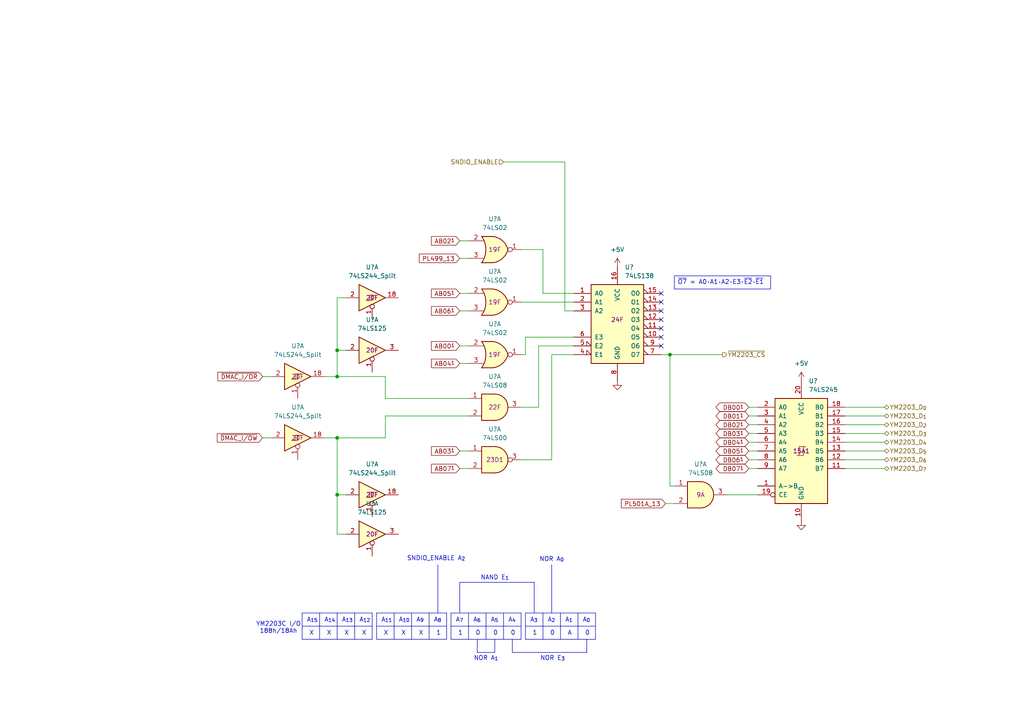
<source format=kicad_sch>
(kicad_sch (version 20250114) (generator "eeschema") (generator_version "9.0")
  (paper "A4")
  (lib_symbols
    (symbol "74xx:74LS00" (pin_names (offset 1.016))
      (property "Reference" "U" (at 0 1.27 0))
      (property "Value" "74LS00" (at 0 -1.27 0))
      (symbol "74LS00_1_1"
        (pin input line (at -7.62 2.54 0) (length 3.81) (name "~") (number "1"))
        (pin input line (at -7.62 -2.54 0) (length 3.81) (name "~") (number "2"))
        (pin output inverted (at 7.62 0 180) (length 3.81) (name "~") (number "3"))
      )
      (symbol "74LS00_1_2"
        (pin input inverted (at -7.62 2.54 0) (length 4.318) (name "~") (number "1"))
        (pin input inverted (at -7.62 -2.54 0) (length 4.318) (name "~") (number "2"))
        (pin output line (at 7.62 0 180) (length 3.81) (name "~") (number "3"))
      )
      (symbol "74LS00_2_1"
        (pin input line (at -7.62 2.54 0) (length 3.81) (name "~") (number "4"))
        (pin input line (at -7.62 -2.54 0) (length 3.81) (name "~") (number "5"))
        (pin output inverted (at 7.62 0 180) (length 3.81) (name "~") (number "6"))
      )
      (symbol "74LS00_2_2"
        (pin input inverted (at -7.62 2.54 0) (length 4.318) (name "~") (number "4"))
        (pin input inverted (at -7.62 -2.54 0) (length 4.318) (name "~") (number "5"))
        (pin output line (at 7.62 0 180) (length 3.81) (name "~") (number "6"))
      )
      (symbol "74LS00_3_1"
        (pin input line (at -7.62 2.54 0) (length 3.81) (name "~") (number "9"))
        (pin input line (at -7.62 -2.54 0) (length 3.81) (name "~") (number "10"))
        (pin output inverted (at 7.62 0 180) (length 3.81) (name "~") (number "8"))
      )
      (symbol "74LS00_3_2"
        (pin input inverted (at -7.62 2.54 0) (length 4.318) (name "~") (number "9"))
        (pin input inverted (at -7.62 -2.54 0) (length 4.318) (name "~") (number "10"))
        (pin output line (at 7.62 0 180) (length 3.81) (name "~") (number "8"))
      )
      (symbol "74LS00_4_1"
        (pin input line (at -7.62 2.54 0) (length 3.81) (name "~") (number "12"))
        (pin input line (at -7.62 -2.54 0) (length 3.81) (name "~") (number "13"))
        (pin output inverted (at 7.62 0 180) (length 3.81) (name "~") (number "11"))
      )
      (symbol "74LS00_4_2"
        (pin input inverted (at -7.62 2.54 0) (length 4.318) (name "~") (number "12"))
        (pin input inverted (at -7.62 -2.54 0) (length 4.318) (name "~") (number "13"))
        (pin output line (at 7.62 0 180) (length 3.81) (name "~") (number "11"))
      )
      (symbol "74LS00_5_0"
        (pin power_in line (at 0 12.7 270) (length 5.08) (name "VCC") (number "14"))
        (pin power_in line (at 0 -12.7 90) (length 5.08) (name "GND") (number "7"))
      )
    )
    (symbol "74xx:74LS02" (pin_names (offset 1.016))
      (property "Reference" "U" (at 0 1.27 0))
      (property "Value" "74LS02" (at 0 -1.27 0))
      (symbol "74LS02_1_1"
        (pin input line (at -7.62 2.54 0) (length 4.318) (name "~") (number "2"))
        (pin input line (at -7.62 -2.54 0) (length 4.318) (name "~") (number "3"))
        (pin output inverted (at 7.62 0 180) (length 3.81) (name "~") (number "1"))
      )
      (symbol "74LS02_1_2"
        (pin input inverted (at -7.62 2.54 0) (length 3.81) (name "~") (number "2"))
        (pin input inverted (at -7.62 -2.54 0) (length 3.81) (name "~") (number "3"))
        (pin output line (at 7.62 0 180) (length 3.81) (name "~") (number "1"))
      )
      (symbol "74LS02_2_1"
        (pin input line (at -7.62 2.54 0) (length 4.318) (name "~") (number "5"))
        (pin input line (at -7.62 -2.54 0) (length 4.318) (name "~") (number "6"))
        (pin output inverted (at 7.62 0 180) (length 3.81) (name "~") (number "4"))
      )
      (symbol "74LS02_2_2"
        (pin input inverted (at -7.62 2.54 0) (length 3.81) (name "~") (number "5"))
        (pin input inverted (at -7.62 -2.54 0) (length 3.81) (name "~") (number "6"))
        (pin output line (at 7.62 0 180) (length 3.81) (name "~") (number "4"))
      )
      (symbol "74LS02_3_1"
        (pin input line (at -7.62 2.54 0) (length 4.318) (name "~") (number "8"))
        (pin input line (at -7.62 -2.54 0) (length 4.318) (name "~") (number "9"))
        (pin output inverted (at 7.62 0 180) (length 3.81) (name "~") (number "10"))
      )
      (symbol "74LS02_3_2"
        (pin input inverted (at -7.62 2.54 0) (length 3.81) (name "~") (number "8"))
        (pin input inverted (at -7.62 -2.54 0) (length 3.81) (name "~") (number "9"))
        (pin output line (at 7.62 0 180) (length 3.81) (name "~") (number "10"))
      )
      (symbol "74LS02_4_1"
        (pin input line (at -7.62 2.54 0) (length 4.318) (name "~") (number "11"))
        (pin input line (at -7.62 -2.54 0) (length 4.318) (name "~") (number "12"))
        (pin output inverted (at 7.62 0 180) (length 3.81) (name "~") (number "13"))
      )
      (symbol "74LS02_4_2"
        (pin input inverted (at -7.62 2.54 0) (length 3.81) (name "~") (number "11"))
        (pin input inverted (at -7.62 -2.54 0) (length 3.81) (name "~") (number "12"))
        (pin output line (at 7.62 0 180) (length 3.81) (name "~") (number "13"))
      )
      (symbol "74LS02_5_0"
        (pin power_in line (at 0 12.7 270) (length 5.08) (name "VCC") (number "14"))
        (pin power_in line (at 0 -12.7 90) (length 5.08) (name "GND") (number "7"))
      )
    )
    (symbol "74xx:74LS08" (pin_names (offset 1.016))
      (property "Reference" "U" (at 0 1.27 0))
      (property "Value" "74LS08" (at 0 -1.27 0))
      (symbol "74LS08_1_1"
        (pin input line (at -7.62 2.54 0) (length 3.81) (name "~") (number "1"))
        (pin input line (at -7.62 -2.54 0) (length 3.81) (name "~") (number "2"))
        (pin output line (at 7.62 0 180) (length 3.81) (name "~") (number "3"))
      )
      (symbol "74LS08_1_2"
        (pin input inverted (at -7.62 2.54 0) (length 4.318) (name "~") (number "1"))
        (pin input inverted (at -7.62 -2.54 0) (length 4.318) (name "~") (number "2"))
        (pin output inverted (at 7.62 0 180) (length 3.81) (name "~") (number "3"))
      )
      (symbol "74LS08_2_1"
        (pin input line (at -7.62 2.54 0) (length 3.81) (name "~") (number "4"))
        (pin input line (at -7.62 -2.54 0) (length 3.81) (name "~") (number "5"))
        (pin output line (at 7.62 0 180) (length 3.81) (name "~") (number "6"))
      )
      (symbol "74LS08_2_2"
        (pin input inverted (at -7.62 2.54 0) (length 4.318) (name "~") (number "4"))
        (pin input inverted (at -7.62 -2.54 0) (length 4.318) (name "~") (number "5"))
        (pin output inverted (at 7.62 0 180) (length 3.81) (name "~") (number "6"))
      )
      (symbol "74LS08_3_1"
        (pin input line (at -7.62 2.54 0) (length 3.81) (name "~") (number "9"))
        (pin input line (at -7.62 -2.54 0) (length 3.81) (name "~") (number "10"))
        (pin output line (at 7.62 0 180) (length 3.81) (name "~") (number "8"))
      )
      (symbol "74LS08_3_2"
        (pin input inverted (at -7.62 2.54 0) (length 4.318) (name "~") (number "9"))
        (pin input inverted (at -7.62 -2.54 0) (length 4.318) (name "~") (number "10"))
        (pin output inverted (at 7.62 0 180) (length 3.81) (name "~") (number "8"))
      )
      (symbol "74LS08_4_1"
        (pin input line (at -7.62 2.54 0) (length 3.81) (name "~") (number "12"))
        (pin input line (at -7.62 -2.54 0) (length 3.81) (name "~") (number "13"))
        (pin output line (at 7.62 0 180) (length 3.81) (name "~") (number "11"))
      )
      (symbol "74LS08_4_2"
        (pin input inverted (at -7.62 2.54 0) (length 4.318) (name "~") (number "12"))
        (pin input inverted (at -7.62 -2.54 0) (length 4.318) (name "~") (number "13"))
        (pin output inverted (at 7.62 0 180) (length 3.81) (name "~") (number "11"))
      )
      (symbol "74LS08_5_0"
        (pin power_in line (at 0 12.7 270) (length 5.08) (name "VCC") (number "14"))
        (pin power_in line (at 0 -12.7 90) (length 5.08) (name "GND") (number "7"))
      )
    )
    (symbol "74xx:74LS125" (pin_names (offset 1.016))
      (property "Reference" "U" (at 0 1.27 0))
      (property "Value" "74LS125" (at 0 -1.27 0))
      (symbol "74LS125_1_0"
        (pin input line (at -7.62 0 0) (length 3.81) (name "~") (number "2"))
        (pin input inverted (at 0 -6.35 90) (length 4.445) (name "~") (number "1"))
        (pin tri_state line (at 7.62 0 180) (length 3.81) (name "~") (number "3"))
      )
      (symbol "74LS125_2_0"
        (pin input line (at -7.62 0 0) (length 3.81) (name "~") (number "5"))
        (pin input inverted (at 0 -6.35 90) (length 4.445) (name "~") (number "4"))
        (pin tri_state line (at 7.62 0 180) (length 3.81) (name "~") (number "6"))
      )
      (symbol "74LS125_3_0"
        (pin input line (at -7.62 0 0) (length 3.81) (name "~") (number "9"))
        (pin input inverted (at 0 -6.35 90) (length 4.445) (name "~") (number "10"))
        (pin tri_state line (at 7.62 0 180) (length 3.81) (name "~") (number "8"))
      )
      (symbol "74LS125_4_0"
        (pin input line (at -7.62 0 0) (length 3.81) (name "~") (number "12"))
        (pin input inverted (at 0 -6.35 90) (length 4.445) (name "~") (number "13"))
        (pin tri_state line (at 7.62 0 180) (length 3.81) (name "~") (number "11"))
      )
      (symbol "74LS125_5_0"
        (pin power_in line (at 0 12.7 270) (length 5.08) (name "VCC") (number "14"))
        (pin power_in line (at 0 -12.7 90) (length 5.08) (name "GND") (number "7"))
      )
    )
    (symbol "74xx:74LS138" (pin_names (offset 1.016))
      (property "Reference" "U" (at -7.62 11.43 0))
      (property "Value" "74LS138" (at -7.62 -13.97 0))
      (symbol "74LS138_1_0"
        (pin input line (at -12.7 7.62 0) (length 5.08) (name "A0") (number "1"))
        (pin input line (at -12.7 5.08 0) (length 5.08) (name "A1") (number "2"))
        (pin input line (at -12.7 2.54 0) (length 5.08) (name "A2") (number "3"))
        (pin input line (at -12.7 -5.08 0) (length 5.08) (name "E3") (number "6"))
        (pin input input_low (at -12.7 -7.62 0) (length 5.08) (name "E2") (number "5"))
        (pin input input_low (at -12.7 -10.16 0) (length 5.08) (name "E1") (number "4"))
        (pin power_in line (at 0 15.24 270) (length 5.08) (name "VCC") (number "16"))
        (pin power_in line (at 0 -17.78 90) (length 5.08) (name "GND") (number "8"))
        (pin output output_low (at 12.7 7.62 180) (length 5.08) (name "O0") (number "15"))
        (pin output output_low (at 12.7 5.08 180) (length 5.08) (name "O1") (number "14"))
        (pin output output_low (at 12.7 2.54 180) (length 5.08) (name "O2") (number "13"))
        (pin output output_low (at 12.7 0 180) (length 5.08) (name "O3") (number "12"))
        (pin output output_low (at 12.7 -2.54 180) (length 5.08) (name "O4") (number "11"))
        (pin output output_low (at 12.7 -5.08 180) (length 5.08) (name "O5") (number "10"))
        (pin output output_low (at 12.7 -7.62 180) (length 5.08) (name "O6") (number "9"))
        (pin output output_low (at 12.7 -10.16 180) (length 5.08) (name "O7") (number "7"))
      )
    )
    (symbol "74xx:74LS241_Split"
      (property "Reference" "U" (at 0 1.27 0))
      (property "Value" "74LS241_Split" (at 0 -1.27 0))
      (symbol "74LS241_Split_1_0"
        (pin input line (at -7.62 0 0) (length 3.81) (name "~") (number "2"))
        (pin input inverted (at 0 -6.35 90) (length 4.445) (name "~") (number "1"))
        (pin tri_state line (at 7.62 0 180) (length 3.81) (name "~") (number "18"))
      )
      (symbol "74LS241_Split_2_0"
        (pin input line (at -7.62 0 0) (length 3.81) (name "~") (number "4"))
        (pin tri_state line (at 7.62 0 180) (length 3.81) (name "~") (number "16"))
      )
      (symbol "74LS241_Split_3_0"
        (pin input line (at -7.62 0 0) (length 3.81) (name "~") (number "6"))
        (pin tri_state line (at 7.62 0 180) (length 3.81) (name "~") (number "14"))
      )
      (symbol "74LS241_Split_4_0"
        (pin input line (at -7.62 0 0) (length 3.81) (name "~") (number "8"))
        (pin tri_state line (at 7.62 0 180) (length 3.81) (name "~") (number "12"))
      )
      (symbol "74LS241_Split_5_0"
        (pin input line (at -7.62 0 0) (length 3.81) (name "~") (number "11"))
        (pin input line (at 0 -6.35 90) (length 4.445) (name "~") (number "19"))
        (pin tri_state line (at 7.62 0 180) (length 3.81) (name "~") (number "9"))
      )
      (symbol "74LS241_Split_6_0"
        (pin input line (at -7.62 0 0) (length 3.81) (name "~") (number "13"))
        (pin tri_state line (at 7.62 0 180) (length 3.81) (name "~") (number "7"))
      )
      (symbol "74LS241_Split_7_0"
        (pin input line (at -7.62 0 0) (length 3.81) (name "~") (number "15"))
        (pin tri_state line (at 7.62 0 180) (length 3.81) (name "~") (number "5"))
      )
      (symbol "74LS241_Split_8_0"
        (pin input line (at -7.62 0 0) (length 3.81) (name "~") (number "17"))
        (pin tri_state line (at 7.62 0 180) (length 3.81) (name "~") (number "3"))
      )
      (symbol "74LS241_Split_9_0"
        (pin power_in line (at 0 12.7 270) (length 5.08) (name "VCC") (number "20"))
        (pin power_in line (at 0 -12.7 90) (length 5.08) (name "GND") (number "10"))
      )
    )
    (symbol "74xx:74LS244_Split"
      (property "Reference" "U" (at 0 1.27 0))
      (property "Value" "74LS244_Split" (at 0 -1.27 0))
      (symbol "74LS244_Split_1_0"
        (pin input line (at -7.62 0 0) (length 3.81) (name "~") (number "2"))
        (pin input inverted (at 0 -6.35 90) (length 4.445) (name "~") (number "1"))
        (pin tri_state line (at 7.62 0 180) (length 3.81) (name "~") (number "18"))
      )
      (symbol "74LS244_Split_2_0"
        (pin input line (at -7.62 0 0) (length 3.81) (name "~") (number "4"))
        (pin tri_state line (at 7.62 0 180) (length 3.81) (name "~") (number "16"))
      )
      (symbol "74LS244_Split_3_0"
        (pin input line (at -7.62 0 0) (length 3.81) (name "~") (number "6"))
        (pin tri_state line (at 7.62 0 180) (length 3.81) (name "~") (number "14"))
      )
      (symbol "74LS244_Split_4_0"
        (pin input line (at -7.62 0 0) (length 3.81) (name "~") (number "8"))
        (pin tri_state line (at 7.62 0 180) (length 3.81) (name "~") (number "12"))
      )
      (symbol "74LS244_Split_5_0"
        (pin input line (at -7.62 0 0) (length 3.81) (name "~") (number "11"))
        (pin input inverted (at 0 -6.35 90) (length 4.445) (name "~") (number "19"))
        (pin tri_state line (at 7.62 0 180) (length 3.81) (name "~") (number "9"))
      )
      (symbol "74LS244_Split_6_0"
        (pin input line (at -7.62 0 0) (length 3.81) (name "~") (number "13"))
        (pin tri_state line (at 7.62 0 180) (length 3.81) (name "~") (number "7"))
      )
      (symbol "74LS244_Split_7_0"
        (pin input line (at -7.62 0 0) (length 3.81) (name "~") (number "15"))
        (pin tri_state line (at 7.62 0 180) (length 3.81) (name "~") (number "5"))
      )
      (symbol "74LS244_Split_8_0"
        (pin input line (at -7.62 0 0) (length 3.81) (name "~") (number "17"))
        (pin tri_state line (at 7.62 0 180) (length 3.81) (name "~") (number "3"))
      )
      (symbol "74LS244_Split_9_0"
        (pin power_in line (at 0 12.7 270) (length 5.08) (name "VCC") (number "20"))
        (pin power_in line (at 0 -12.7 90) (length 5.08) (name "GND") (number "10"))
      )
    )
    (symbol "74xx:74LS245" (pin_names (offset 1.016))
      (property "Reference" "U" (at -7.62 16.51 0))
      (property "Value" "74LS245" (at -7.62 -16.51 0))
      (symbol "74LS245_1_0"
        (pin tri_state line (at -12.7 12.7 0) (length 5.08) (name "A0") (number "2"))
        (pin tri_state line (at -12.7 10.16 0) (length 5.08) (name "A1") (number "3"))
        (pin tri_state line (at -12.7 7.62 0) (length 5.08) (name "A2") (number "4"))
        (pin tri_state line (at -12.7 5.08 0) (length 5.08) (name "A3") (number "5"))
        (pin tri_state line (at -12.7 2.54 0) (length 5.08) (name "A4") (number "6"))
        (pin tri_state line (at -12.7 0 0) (length 5.08) (name "A5") (number "7"))
        (pin tri_state line (at -12.7 -2.54 0) (length 5.08) (name "A6") (number "8"))
        (pin tri_state line (at -12.7 -5.08 0) (length 5.08) (name "A7") (number "9"))
        (pin input line (at -12.7 -10.16 0) (length 5.08) (name "A->B") (number "1"))
        (pin input inverted (at -12.7 -12.7 0) (length 5.08) (name "CE") (number "19"))
        (pin power_in line (at 0 20.32 270) (length 5.08) (name "VCC") (number "20"))
        (pin power_in line (at 0 -20.32 90) (length 5.08) (name "GND") (number "10"))
        (pin tri_state line (at 12.7 12.7 180) (length 5.08) (name "B0") (number "18"))
        (pin tri_state line (at 12.7 10.16 180) (length 5.08) (name "B1") (number "17"))
        (pin tri_state line (at 12.7 7.62 180) (length 5.08) (name "B2") (number "16"))
        (pin tri_state line (at 12.7 5.08 180) (length 5.08) (name "B3") (number "15"))
        (pin tri_state line (at 12.7 2.54 180) (length 5.08) (name "B4") (number "14"))
        (pin tri_state line (at 12.7 0 180) (length 5.08) (name "B5") (number "13"))
        (pin tri_state line (at 12.7 -2.54 180) (length 5.08) (name "B6") (number "12"))
        (pin tri_state line (at 12.7 -5.08 180) (length 5.08) (name "B7") (number "11"))
      )
    )
    (symbol "power:+5V" (power) (pin_numbers (hide yes)) (pin_names (offset 0) (hide yes))
      (property "Value" "+5V" (at 0 3.556 0))
      (symbol "+5V_1_1"
        (pin power_in line (at 0 0 90) (length 0) (name "~") (number "1"))
      )
    )
    (symbol "power:GND" (power) (pin_numbers (hide yes)) (pin_names (offset 0) (hide yes))
      (property "Value" "GND" (at 0 -3.81 0))
      (symbol "GND_1_1"
        (pin power_in line (at 0 0 270) (length 0) (name "~") (number "1"))
      )
    )
  )
  (text "NAND E_{1}" (at 143.51 167.64 0) (effects (font (size 1.27 1.27))))
  (text "YM2203C I/O\n188h/18Ah" (at 80.772 182.118 0) (effects (font (size 1.27 1.27))))
  (text "NOR A_{1}" (at 140.97 191.008 0) (effects (font (size 1.27 1.27))))
  (text "NOR A_{0}" (at 160.02 162.306 0) (effects (font (size 1.27 1.27))))
  (text "SNDIO_ENABLE A_{2}" (at 126.492 162.052 0) (effects (font (size 1.27 1.27))))
  (text "NOR E_{3}" (at 160.274 191.008 0) (effects (font (size 1.27 1.27))))
  (text_box "~{O7} = A0·A1·A2·E3·~{E2}·~{E1}" (at 195.58 80.01 0) (size 27.94 3.81) (margins 0.9525 0.9525 0.9525 0.9525) (effects (font (size 1.27 1.27)) (justify left top)))
  (junction (at 194.31 102.87))
  (junction (at 97.79 127))
  (junction (at 97.79 101.6))
  (junction (at 97.79 143.51))
  (junction (at 97.79 109.22))
  (no_connect (at 191.77 85.09))
  (no_connect (at 191.77 87.63))
  (no_connect (at 191.77 95.25))
  (no_connect (at 191.77 100.33))
  (no_connect (at 191.77 90.17))
  (no_connect (at 191.77 97.79))
  (no_connect (at 191.77 92.71))
  (wire (pts (xy 76.2 127) (xy 78.74 127)))
  (wire (pts (xy 194.31 140.97) (xy 195.58 140.97)))
  (wire (pts (xy 97.79 86.36) (xy 100.33 86.36)))
  (wire (pts (xy 163.83 46.99) (xy 163.83 90.17)))
  (wire (pts (xy 217.17 130.81) (xy 219.71 130.81)))
  (polyline (pts (xy 138.43 185.42) (xy 138.43 189.23)))
  (wire (pts (xy 133.35 85.09) (xy 135.89 85.09)))
  (wire (pts (xy 217.17 125.73) (xy 219.71 125.73)))
  (wire (pts (xy 166.37 102.87) (xy 160.02 102.87)))
  (wire (pts (xy 133.35 69.85) (xy 135.89 69.85)))
  (wire (pts (xy 245.11 125.73) (xy 256.54 125.73)))
  (wire (pts (xy 97.79 86.36) (xy 97.79 101.6)))
  (wire (pts (xy 217.17 120.65) (xy 219.71 120.65)))
  (wire (pts (xy 191.77 102.87) (xy 194.31 102.87)))
  (wire (pts (xy 217.17 135.89) (xy 219.71 135.89)))
  (wire (pts (xy 111.76 109.22) (xy 111.76 115.57)))
  (wire (pts (xy 97.79 101.6) (xy 97.79 109.22)))
  (wire (pts (xy 151.13 72.39) (xy 157.48 72.39)))
  (wire (pts (xy 111.76 115.57) (xy 135.89 115.57)))
  (wire (pts (xy 111.76 120.65) (xy 135.89 120.65)))
  (polyline (pts (xy 148.59 189.23) (xy 148.59 185.42)))
  (wire (pts (xy 245.11 128.27) (xy 256.54 128.27)))
  (wire (pts (xy 163.83 90.17) (xy 166.37 90.17)))
  (wire (pts (xy 97.79 154.94) (xy 100.33 154.94)))
  (wire (pts (xy 133.35 74.93) (xy 135.89 74.93)))
  (wire (pts (xy 76.2 109.22) (xy 78.74 109.22)))
  (wire (pts (xy 152.4 97.79) (xy 166.37 97.79)))
  (wire (pts (xy 217.17 128.27) (xy 219.71 128.27)))
  (wire (pts (xy 97.79 101.6) (xy 100.33 101.6)))
  (wire (pts (xy 133.35 100.33) (xy 135.89 100.33)))
  (wire (pts (xy 97.79 127) (xy 111.76 127)))
  (polyline (pts (xy 154.94 177.8) (xy 154.94 168.91)))
  (wire (pts (xy 245.11 120.65) (xy 256.54 120.65)))
  (polyline (pts (xy 138.43 189.23) (xy 143.51 189.23)))
  (wire (pts (xy 217.17 123.19) (xy 219.71 123.19)))
  (wire (pts (xy 194.31 102.87) (xy 194.31 140.97)))
  (wire (pts (xy 156.21 118.11) (xy 151.13 118.11)))
  (polyline (pts (xy 127 163.83) (xy 127 177.8)))
  (wire (pts (xy 97.79 143.51) (xy 100.33 143.51)))
  (wire (pts (xy 194.31 102.87) (xy 209.55 102.87)))
  (polyline (pts (xy 160.02 163.83) (xy 160.02 177.8)))
  (wire (pts (xy 151.13 87.63) (xy 166.37 87.63)))
  (wire (pts (xy 160.02 133.35) (xy 151.13 133.35)))
  (wire (pts (xy 245.11 135.89) (xy 256.54 135.89)))
  (polyline (pts (xy 148.59 189.23) (xy 170.18 189.23)))
  (wire (pts (xy 93.98 127) (xy 97.79 127)))
  (wire (pts (xy 217.17 118.11) (xy 219.71 118.11)))
  (wire (pts (xy 160.02 102.87) (xy 160.02 133.35)))
  (wire (pts (xy 111.76 127) (xy 111.76 120.65)))
  (wire (pts (xy 93.98 109.22) (xy 97.79 109.22)))
  (wire (pts (xy 111.76 109.22) (xy 97.79 109.22)))
  (wire (pts (xy 133.35 90.17) (xy 135.89 90.17)))
  (wire (pts (xy 245.11 130.81) (xy 256.54 130.81)))
  (wire (pts (xy 245.11 123.19) (xy 256.54 123.19)))
  (wire (pts (xy 97.79 127) (xy 97.79 143.51)))
  (wire (pts (xy 152.4 102.87) (xy 151.13 102.87)))
  (wire (pts (xy 97.79 143.51) (xy 97.79 154.94)))
  (polyline (pts (xy 143.51 189.23) (xy 143.51 185.42)))
  (wire (pts (xy 146.05 46.99) (xy 163.83 46.99)))
  (wire (pts (xy 133.35 105.41) (xy 135.89 105.41)))
  (wire (pts (xy 217.17 133.35) (xy 219.71 133.35)))
  (wire (pts (xy 193.04 146.05) (xy 195.58 146.05)))
  (wire (pts (xy 157.48 72.39) (xy 157.48 85.09)))
  (wire (pts (xy 133.35 135.89) (xy 135.89 135.89)))
  (wire (pts (xy 152.4 102.87) (xy 152.4 97.79)))
  (wire (pts (xy 245.11 133.35) (xy 256.54 133.35)))
  (wire (pts (xy 210.82 143.51) (xy 219.71 143.51)))
  (polyline (pts (xy 133.35 168.91) (xy 133.35 177.8)))
  (polyline (pts (xy 154.94 168.91) (xy 133.35 168.91)))
  (wire (pts (xy 133.35 130.81) (xy 135.89 130.81)))
  (wire (pts (xy 156.21 100.33) (xy 156.21 118.11)))
  (polyline (pts (xy 170.18 185.42) (xy 170.18 189.23)))
  (wire (pts (xy 166.37 100.33) (xy 156.21 100.33)))
  (wire (pts (xy 157.48 85.09) (xy 166.37 85.09)))
  (wire (pts (xy 245.11 118.11) (xy 256.54 118.11)))
  (table (column_count 4) (border (external yes) (header yes)) (separators (rows yes) (cols yes)) (column_widths 5.08 5.08 5.08 5.08) (row_heights 3.81 3.81) (cells (table_cell "A_{11}" (at 109.22 177.8 0) (size 5.08 3.81) (margins 1.3335 1.0795 0.9525 0.9525) (span 1 1)) (table_cell "A_{10}" (at 114.3 177.8 0) (size 5.08 3.81) (margins 1.3335 1.0795 0.9525 0.9525) (span 1 1)) (table_cell "A_{9}" (at 119.38 177.8 0) (size 5.08 3.81) (margins 1.3335 1.0795 0.9525 0.9525) (span 1 1)) (table_cell "A_{8}" (at 124.46 177.8 0) (size 5.08 3.81) (margins 1.3335 1.0795 0.9525 0.9525) (span 1 1)) (table_cell "X" (at 109.22 181.61 0) (size 5.08 3.81) (margins 2.0447 1.0795 0.4445 0.9525) (span 1 1)) (table_cell "X" (at 114.3 181.61 0) (size 5.08 3.81) (margins 2.0447 1.0795 0.4445 0.9525) (span 1 1)) (table_cell "X" (at 119.38 181.61 0) (size 5.08 3.81) (margins 2.0447 1.0795 0.4445 0.9525) (span 1 1)) (table_cell "1" (at 124.46 181.61 0) (size 5.08 3.81) (margins 2.0447 1.0795 0.4445 0.9525) (span 1 1))))
  (table (column_count 4) (border (external yes) (header yes)) (separators (rows yes) (cols yes)) (column_widths 5.08 5.08 5.08 5.08) (row_heights 3.81 3.81) (cells (table_cell "A_{15}" (at 87.63 177.8 0) (size 5.08 3.81) (margins 1.3335 1.0795 0.9525 0.9525) (span 1 1)) (table_cell "A_{14}" (at 92.71 177.8 0) (size 5.08 3.81) (margins 1.3335 1.0795 0.9525 0.9525) (span 1 1)) (table_cell "A_{13}" (at 97.79 177.8 0) (size 5.08 3.81) (margins 1.3335 1.0795 0.9525 0.9525) (span 1 1)) (table_cell "A_{12}" (at 102.87 177.8 0) (size 5.08 3.81) (margins 1.3335 1.0795 0.9525 0.9525) (span 1 1)) (table_cell "X" (at 87.63 181.61 0) (size 5.08 3.81) (margins 2.0447 1.0795 0.4445 0.9525) (span 1 1)) (table_cell "X" (at 92.71 181.61 0) (size 5.08 3.81) (margins 2.0447 1.0795 0.4445 0.9525) (span 1 1)) (table_cell "X" (at 97.79 181.61 0) (size 5.08 3.81) (margins 2.0447 1.0795 0.4445 0.9525) (span 1 1)) (table_cell "X" (at 102.87 181.61 0) (size 5.08 3.81) (margins 2.0447 1.0795 0.4445 0.9525) (span 1 1))))
  (table (column_count 4) (border (external yes) (header yes)) (separators (rows yes) (cols yes)) (column_widths 5.08 5.08 5.08 5.08) (row_heights 3.81 3.81) (cells (table_cell "A_{7}" (at 130.81 177.8 0) (size 5.08 3.81) (margins 1.3335 1.0795 0.9525 0.9525) (span 1 1)) (table_cell "A_{6}" (at 135.89 177.8 0) (size 5.08 3.81) (margins 1.3335 1.0795 0.9525 0.9525) (span 1 1)) (table_cell "A_{5}" (at 140.97 177.8 0) (size 5.08 3.81) (margins 1.3335 1.0795 0.9525 0.9525) (span 1 1)) (table_cell "A_{4}" (at 146.05 177.8 0) (size 5.08 3.81) (margins 1.3335 1.0795 0.9525 0.9525) (span 1 1)) (table_cell "1" (at 130.81 181.61 0) (size 5.08 3.81) (margins 2.0447 1.0795 0.4445 0.9525) (span 1 1)) (table_cell "0" (at 135.89 181.61 0) (size 5.08 3.81) (margins 2.0447 1.0795 0.4445 0.9525) (span 1 1)) (table_cell "0" (at 140.97 181.61 0) (size 5.08 3.81) (margins 2.0447 1.0795 0.4445 0.9525) (span 1 1)) (table_cell "0" (at 146.05 181.61 0) (size 5.08 3.81) (margins 2.0447 1.0795 0.4445 0.9525) (span 1 1))))
  (table (column_count 4) (border (external yes) (header yes)) (separators (rows yes) (cols yes)) (column_widths 5.08 5.08 5.08 5.08) (row_heights 3.81 3.81) (cells (table_cell "A_{3}" (at 152.4 177.8 0) (size 5.08 3.81) (margins 1.3335 1.0795 0.9525 0.9525) (span 1 1)) (table_cell "A_{2}" (at 157.48 177.8 0) (size 5.08 3.81) (margins 1.3335 1.0795 0.9525 0.9525) (span 1 1)) (table_cell "A_{1}" (at 162.56 177.8 0) (size 5.08 3.81) (margins 1.3335 1.0795 0.9525 0.9525) (span 1 1)) (table_cell "A_{0}" (at 167.64 177.8 0) (size 5.08 3.81) (margins 1.3335 1.0795 0.9525 0.9525) (span 1 1)) (table_cell "1" (at 152.4 181.61 0) (size 5.08 3.81) (margins 2.0447 1.0795 0.4445 0.9525) (span 1 1)) (table_cell "0" (at 157.48 181.61 0) (size 5.08 3.81) (margins 2.0447 1.0795 0.4445 0.9525) (span 1 1)) (table_cell "A" (at 162.56 181.61 0) (size 5.08 3.81) (margins 2.0447 1.0795 0.4445 0.9525) (span 1 1)) (table_cell "0" (at 167.64 181.61 0) (size 5.08 3.81) (margins 2.0447 1.0795 0.4445 0.9525) (span 1 1))))
  (global_label "AB04^{1}" (shape input) (at 133.35 105.41 180) (property "Intersheetrefs" "${INTERSHEET_REFS}" (effects (hide yes))))
  (global_label "DB00^{1}" (shape bidirectional) (at 217.17 118.11 180) (property "Intersheetrefs" "${INTERSHEET_REFS}" (effects (hide yes))))
  (global_label "~{DMAC_I{slash}OW}" (shape input) (at 76.2 127 180) (property "Intersheetrefs" "${INTERSHEET_REFS}" (effects (hide yes))))
  (global_label "AB02^{1}" (shape input) (at 133.35 69.85 180) (property "Intersheetrefs" "${INTERSHEET_REFS}" (effects (hide yes))))
  (global_label "AB05^{1}" (shape input) (at 133.35 85.09 180) (property "Intersheetrefs" "${INTERSHEET_REFS}" (effects (hide yes))))
  (global_label "AB00^{1}" (shape input) (at 133.35 100.33 180) (property "Intersheetrefs" "${INTERSHEET_REFS}" (effects (hide yes))))
  (global_label "PL499_13" (shape input) (at 133.35 74.93 180) (property "Intersheetrefs" "${INTERSHEET_REFS}" (effects (hide yes))))
  (global_label "DB05^{1}" (shape bidirectional) (at 217.17 130.81 180) (property "Intersheetrefs" "${INTERSHEET_REFS}" (effects (hide yes))))
  (global_label "DB04^{1}" (shape bidirectional) (at 217.17 128.27 180) (property "Intersheetrefs" "${INTERSHEET_REFS}" (effects (hide yes))))
  (global_label "AB06^{1}" (shape input) (at 133.35 90.17 180) (property "Intersheetrefs" "${INTERSHEET_REFS}" (effects (hide yes))))
  (global_label "AB03^{1}" (shape input) (at 133.35 130.81 180) (property "Intersheetrefs" "${INTERSHEET_REFS}" (effects (hide yes))))
  (global_label "AB07^{1}" (shape input) (at 133.35 135.89 180) (property "Intersheetrefs" "${INTERSHEET_REFS}" (effects (hide yes))))
  (global_label "DB06^{1}" (shape bidirectional) (at 217.17 133.35 180) (property "Intersheetrefs" "${INTERSHEET_REFS}" (effects (hide yes))))
  (global_label "DB01^{1}" (shape bidirectional) (at 217.17 120.65 180) (property "Intersheetrefs" "${INTERSHEET_REFS}" (effects (hide yes))))
  (global_label "DB07^{1}" (shape bidirectional) (at 217.17 135.89 180) (property "Intersheetrefs" "${INTERSHEET_REFS}" (effects (hide yes))))
  (global_label "DB03^{1}" (shape bidirectional) (at 217.17 125.73 180) (property "Intersheetrefs" "${INTERSHEET_REFS}" (effects (hide yes))))
  (global_label "PL501A_13" (shape input) (at 193.04 146.05 180) (property "Intersheetrefs" "${INTERSHEET_REFS}" (effects (hide yes))))
  (global_label "DB02^{1}" (shape bidirectional) (at 217.17 123.19 180) (property "Intersheetrefs" "${INTERSHEET_REFS}" (effects (hide yes))))
  (global_label "~{DMAC_I{slash}OR}" (shape input) (at 76.2 109.22 180) (property "Intersheetrefs" "${INTERSHEET_REFS}" (effects (hide yes))))
  (hierarchical_label "YM2203_D_{1}" (shape bidirectional) (at 256.54 120.65 0))
  (hierarchical_label "SNDIO_ENABLE" (shape input) (at 146.05 46.99 180))
  (hierarchical_label "YM2203_D_{3}" (shape bidirectional) (at 256.54 125.73 0))
  (hierarchical_label "YM2203_D_{5}" (shape bidirectional) (at 256.54 130.81 0))
  (hierarchical_label "YM2203_D_{4}" (shape bidirectional) (at 256.54 128.27 0))
  (hierarchical_label "YM2203_D_{0}" (shape bidirectional) (at 256.54 118.11 0))
  (hierarchical_label "~{YM2203_CS}" (shape output) (at 209.55 102.87 0))
  (hierarchical_label "YM2203_D_{2}" (shape bidirectional) (at 256.54 123.19 0))
  (hierarchical_label "YM2203_D_{6}" (shape bidirectional) (at 256.54 133.35 0))
  (hierarchical_label "YM2203_D_{7}" (shape bidirectional) (at 256.54 135.89 0))
  (symbol (lib_id "74xx:74LS138") (at 179.07 92.71 0) (unit 1)
    (property "Reference" "U?" (at 181.2133 77.47 0) (effects (justify left)))
    (property "Value" "74LS138" (at 181.2133 80.01 0) (effects (justify left)))
    (property "Datasheet" "http://www.ti.com/lit/gpn/sn74LS138" (effects (hide yes)))
    (property "Description" "Decoder 3 to 8 active low outputs" (effects (hide yes)))
    (property "Location" "24F" (at 179.07 92.71 0))
  )
  (symbol (lib_id "74xx:74LS244_Split") (at 368.3 179.07 0) (unit 1)
    (property "Reference" "U?" (at 368.3 170.18 0))
    (property "Value" "74LS244_Split" (at 368.3 172.72 0))
    (property "Datasheet" "http://www.ti.com/lit/ds/symlink/sn74ls241.pdf" (effects (hide yes)))
    (property "Description" "Octal Buffer and Line Driver With 3-State Output, active-low enables, non-inverting outputs, split symbol" (effects (hide yes)))
    (property "Location" "20F" (at 368.3 179.07 0))
  )
  (symbol (lib_id "74xx:74LS125") (at 374.65 82.55 0) (unit 1)
    (property "Reference" "U?" (at 381 81.2799 0) (effects (justify left)))
    (property "Value" "74LS125" (at 381 83.8199 0) (effects (justify left)))
    (property "Datasheet" "http://www.ti.com/lit/gpn/sn74LS125" (effects (hide yes)))
    (property "Description" "Quad buffer 3-State outputs" (effects (hide yes)))
    (property "Location" "20F" (effects (hide yes)))
  )
  (symbol (lib_id "74xx:74LS08") (at -55.88 207.01 0) (unit 1)
    (property "Reference" "U?" (at -55.8883 198.12 0))
    (property "Value" "74LS08" (at -55.8883 200.66 0))
    (property "Datasheet" "http://www.ti.com/lit/gpn/sn74LS08" (effects (hide yes)))
    (property "Description" "Quad And2" (effects (hide yes)))
    (property "Location" "9A" (at -55.88 207.01 0))
  )
  (symbol (lib_id "74xx:74LS02") (at 143.51 72.39 0) (unit 1)
    (property "Reference" "U?" (at 143.51 63.5 0))
    (property "Value" "74LS02" (at 143.51 66.04 0))
    (property "Datasheet" "http://www.ti.com/lit/gpn/sn74ls02" (effects (hide yes)))
    (property "Description" "quad 2-input NOR gate" (effects (hide yes)))
    (property "Location" "19F" (at 143.51 72.39 0))
  )
  (symbol (lib_id "74xx:74LS125") (at 107.95 154.94 0) (unit 1)
    (property "Reference" "U?" (at 107.95 146.05 0))
    (property "Value" "74LS125" (at 107.95 148.59 0))
    (property "Datasheet" "http://www.ti.com/lit/gpn/sn74LS125" (effects (hide yes)))
    (property "Description" "Quad buffer 3-State outputs" (effects (hide yes)))
    (property "Location" "20F" (at 107.95 154.94 0))
  )
  (symbol (lib_id "74xx:74LS08") (at 203.2 143.51 0) (unit 1)
    (property "Reference" "U?" (at 203.1917 134.62 0))
    (property "Value" "74LS08" (at 203.1917 137.16 0))
    (property "Datasheet" "http://www.ti.com/lit/gpn/sn74LS08" (effects (hide yes)))
    (property "Description" "Quad And2" (effects (hide yes)))
    (property "Location" "9A" (at 203.2 143.51 0))
  )
  (symbol (lib_id "74xx:74LS241_Split") (at 335.28 19.05 0) (unit 1)
    (property "Reference" "U1" (at 335.28 10.16 0))
    (property "Value" "74F241_Split" (at 335.28 12.7 0))
    (property "Datasheet" "http://www.ti.com/lit/ds/symlink/sn74ls241.pdf" (effects (hide yes)))
    (property "Description" "Octal Buffer and Line Driver With 3-State Output, complementary enables, non-inverting outputs, split symbol" (effects (hide yes)))
    (property "Location" "12G" (effects (hide yes)))
  )
  (symbol (lib_id "74xx:74LS08") (at -40.64 189.23 0) (unit 1)
    (property "Reference" "U?" (at -40.6483 180.34 0))
    (property "Value" "74LS08" (at -40.6483 182.88 0))
    (property "Datasheet" "http://www.ti.com/lit/gpn/sn74LS08" (effects (hide yes)))
    (property "Description" "Quad And2" (effects (hide yes)))
    (property "Location" "9A" (at -40.64 189.23 0))
  )
  (symbol (lib_id "74xx:74LS08") (at -64.77 156.21 0) (unit 1)
    (property "Reference" "U?" (at -64.7783 147.32 0))
    (property "Value" "74LS08" (at -64.7783 149.86 0))
    (property "Datasheet" "http://www.ti.com/lit/gpn/sn74LS08" (effects (hide yes)))
    (property "Description" "Quad And2" (effects (hide yes)))
    (property "Location" "22F" (at -64.77 156.21 0))
  )
  (symbol (lib_id "74xx:74LS00") (at -48.26 43.18 0) (unit 1)
    (property "Reference" "U?" (at -48.2683 34.29 0))
    (property "Value" "74LS00" (at -48.2683 36.83 0))
    (property "Datasheet" "http://www.ti.com/lit/gpn/sn74ls00" (effects (hide yes)))
    (property "Description" "quad 2-input NAND gate" (effects (hide yes)))
    (property "Location" "23D1" (at -48.26 43.18 0))
  )
  (symbol (lib_id "74xx:74LS125") (at 355.6 88.9 0) (unit 1)
    (property "Reference" "U?" (at 355.6 80.01 0))
    (property "Value" "74LS125" (at 355.6 82.55 0))
    (property "Datasheet" "http://www.ti.com/lit/gpn/sn74LS125" (effects (hide yes)))
    (property "Description" "Quad buffer 3-State outputs" (effects (hide yes)))
    (property "Location" "20F" (effects (hide yes)))
  )
  (symbol (lib_id "74xx:74LS241_Split") (at 320.04 24.13 0) (unit 8)
    (property "Reference" "U1" (at 320.04 15.24 0))
    (property "Value" "74F241_Split" (at 320.04 17.78 0))
    (property "Datasheet" "http://www.ti.com/lit/ds/symlink/sn74ls241.pdf" (effects (hide yes)))
    (property "Description" "Octal Buffer and Line Driver With 3-State Output, complementary enables, non-inverting outputs, split symbol" (effects (hide yes)))
    (property "Location" "12G" (effects (hide yes)))
  )
  (symbol (lib_id "74xx:74LS08") (at 143.51 118.11 0) (unit 1)
    (property "Reference" "U?" (at 143.5017 109.22 0))
    (property "Value" "74LS08" (at 143.5017 111.76 0))
    (property "Datasheet" "http://www.ti.com/lit/gpn/sn74LS08" (effects (hide yes)))
    (property "Description" "Quad And2" (effects (hide yes)))
    (property "Location" "22F" (at 143.51 118.11 0))
  )
  (symbol (lib_id "74xx:74LS08") (at -72.39 143.51 0) (unit 1)
    (property "Reference" "U?" (at -72.3983 134.62 0))
    (property "Value" "74LS08" (at -72.3983 137.16 0))
    (property "Datasheet" "http://www.ti.com/lit/gpn/sn74LS08" (effects (hide yes)))
    (property "Description" "Quad And2" (effects (hide yes)))
    (property "Location" "22F" (at -72.39 143.51 0))
  )
  (symbol (lib_id "74xx:74LS02") (at 143.51 87.63 0) (unit 1)
    (property "Reference" "U?" (at 143.51 78.74 0))
    (property "Value" "74LS02" (at 143.51 81.28 0))
    (property "Datasheet" "http://www.ti.com/lit/gpn/sn74ls02" (effects (hide yes)))
    (property "Description" "quad 2-input NOR gate" (effects (hide yes)))
    (property "Location" "19F" (at 143.51 87.63 0))
  )
  (symbol (lib_id "power:GND") (at 232.41 151.13 0) (unit 1)
    (property "Reference" "#PWR?" (effects (hide yes)))
    (property "Value" "GND" (effects (hide yes)))
    (property "Description" "Power symbol creates a global label with name \"GND\" , ground" (effects (hide yes)))
  )
  (symbol (lib_id "74xx:74LS02") (at -69.85 99.06 0) (unit 1)
    (property "Reference" "U?" (at -63.5 97.7899 0) (effects (justify left)))
    (property "Value" "74LS02" (at -63.5 100.3299 0) (effects (justify left)))
    (property "Datasheet" "http://www.ti.com/lit/gpn/sn74ls02" (effects (hide yes)))
    (property "Description" "quad 2-input NOR gate" (effects (hide yes)))
    (property "Location" "19F" (at -69.85 99.06 0))
  )
  (symbol (lib_id "74xx:74LS244_Split") (at 86.36 127 0) (unit 1)
    (property "Reference" "U?" (at 86.36 118.11 0))
    (property "Value" "74LS244_Split" (at 86.36 120.65 0))
    (property "Datasheet" "http://www.ti.com/lit/ds/symlink/sn74ls241.pdf" (effects (hide yes)))
    (property "Description" "Octal Buffer and Line Driver With 3-State Output, active-low enables, non-inverting outputs, split symbol" (effects (hide yes)))
    (property "Location" "20F" (at 86.36 127 0))
  )
  (symbol (lib_id "74xx:74LS244_Split") (at 351.79 180.34 0) (unit 1)
    (property "Reference" "U?" (at 351.79 171.45 0))
    (property "Value" "74LS244_Split" (at 351.79 173.99 0))
    (property "Datasheet" "http://www.ti.com/lit/ds/symlink/sn74ls241.pdf" (effects (hide yes)))
    (property "Description" "Octal Buffer and Line Driver With 3-State Output, active-low enables, non-inverting outputs, split symbol" (effects (hide yes)))
    (property "Location" "20F" (at 351.79 180.34 0))
  )
  (symbol (lib_id "74xx:74LS241_Split") (at 358.14 29.21 0) (unit 5)
    (property "Reference" "U1" (at 358.14 20.32 0))
    (property "Value" "74F241_Split" (at 358.14 22.86 0))
    (property "Datasheet" "http://www.ti.com/lit/ds/symlink/sn74ls241.pdf" (effects (hide yes)))
    (property "Description" "Octal Buffer and Line Driver With 3-State Output, complementary enables, non-inverting outputs, split symbol" (effects (hide yes)))
    (property "Location" "12G" (effects (hide yes)))
  )
  (symbol (lib_id "74xx:74LS244_Split") (at 107.95 86.36 0) (unit 1)
    (property "Reference" "U?" (at 107.95 77.47 0))
    (property "Value" "74LS244_Split" (at 107.95 80.01 0))
    (property "Datasheet" "http://www.ti.com/lit/ds/symlink/sn74ls241.pdf" (effects (hide yes)))
    (property "Description" "Octal Buffer and Line Driver With 3-State Output, active-low enables, non-inverting outputs, split symbol" (effects (hide yes)))
    (property "Location" "20F" (at 107.95 86.36 0))
  )
  (symbol (lib_id "74xx:74LS00") (at -34.29 30.48 0) (unit 1)
    (property "Reference" "U?" (at -34.2983 21.59 0))
    (property "Value" "74LS00" (at -34.2983 24.13 0))
    (property "Datasheet" "http://www.ti.com/lit/gpn/sn74ls00" (effects (hide yes)))
    (property "Description" "quad 2-input NAND gate" (effects (hide yes)))
    (property "Location" "23D1" (at -34.29 30.48 0))
  )
  (symbol (lib_id "74xx:74LS244_Split") (at 107.95 143.51 0) (unit 1)
    (property "Reference" "U?" (at 107.95 134.62 0))
    (property "Value" "74LS244_Split" (at 107.95 137.16 0))
    (property "Datasheet" "http://www.ti.com/lit/ds/symlink/sn74ls241.pdf" (effects (hide yes)))
    (property "Description" "Octal Buffer and Line Driver With 3-State Output, active-low enables, non-inverting outputs, split symbol" (effects (hide yes)))
    (property "Location" "20F" (at 107.95 143.51 0))
  )
  (symbol (lib_id "74xx:74LS08") (at -85.09 149.86 0) (unit 1)
    (property "Reference" "U?" (at -77.47 148.5899 0) (effects (justify left)))
    (property "Value" "74LS08" (at -77.47 151.1299 0) (effects (justify left)))
    (property "Datasheet" "http://www.ti.com/lit/gpn/sn74LS08" (effects (hide yes)))
    (property "Description" "Quad And2" (effects (hide yes)))
    (property "Location" "22F" (at -85.09 149.86 0))
  )
  (symbol (lib_id "74xx:74LS244_Split") (at 382.27 160.02 0) (unit 1)
    (property "Reference" "U?" (at 388.62 158.7499 0) (effects (justify left)))
    (property "Value" "74LS244_Split" (at 388.62 161.2899 0) (effects (justify left)))
    (property "Datasheet" "http://www.ti.com/lit/ds/symlink/sn74ls241.pdf" (effects (hide yes)))
    (property "Description" "Octal Buffer and Line Driver With 3-State Output, active-low enables, non-inverting outputs, split symbol" (effects (hide yes)))
    (property "Location" "20F" (at 382.27 160.02 0))
  )
  (symbol (lib_id "74xx:74LS00") (at -66.04 34.29 0) (unit 1)
    (property "Reference" "U?" (at -59.69 33.0199 0) (effects (justify left)))
    (property "Value" "74LS00" (at -59.69 35.5599 0) (effects (justify left)))
    (property "Datasheet" "http://www.ti.com/lit/gpn/sn74ls00" (effects (hide yes)))
    (property "Description" "quad 2-input NAND gate" (effects (hide yes)))
    (property "Location" "23D1" (at -66.04 34.29 0))
  )
  (symbol (lib_id "74xx:74LS08") (at -80.01 199.39 0) (unit 1)
    (property "Reference" "U?" (at -73.66 198.1199 0) (effects (justify left)))
    (property "Value" "74LS08" (at -73.66 200.6599 0) (effects (justify left)))
    (property "Datasheet" "http://www.ti.com/lit/gpn/sn74LS08" (effects (hide yes)))
    (property "Description" "Quad And2" (effects (hide yes)))
    (property "Location" "9A" (at -80.01 199.39 0))
  )
  (symbol (lib_id "74xx:74LS241_Split") (at 322.58 2.54 0) (unit 9)
    (property "Reference" "U1" (at 328.93 1.2699 0) (effects (justify left)))
    (property "Value" "74F241_Split" (at 328.93 3.8099 0) (effects (justify left)))
    (property "Datasheet" "http://www.ti.com/lit/ds/symlink/sn74ls241.pdf" (effects (hide yes)))
    (property "Description" "Octal Buffer and Line Driver With 3-State Output, complementary enables, non-inverting outputs, split symbol" (effects (hide yes)))
    (property "Location" "12G" (effects (hide yes)))
  )
  (symbol (lib_id "74xx:74LS244_Split") (at 368.3 171.45 0) (unit 1)
    (property "Reference" "U?" (at 368.3 162.56 0))
    (property "Value" "74LS244_Split" (at 368.3 165.1 0))
    (property "Datasheet" "http://www.ti.com/lit/ds/symlink/sn74ls241.pdf" (effects (hide yes)))
    (property "Description" "Octal Buffer and Line Driver With 3-State Output, active-low enables, non-inverting outputs, split symbol" (effects (hide yes)))
    (property "Location" "20F" (at 368.3 171.45 0))
  )
  (symbol (lib_id "74xx:74LS02") (at -46.99 100.33 0) (unit 1)
    (property "Reference" "U?" (at -46.99 91.44 0))
    (property "Value" "74LS02" (at -46.99 93.98 0))
    (property "Datasheet" "http://www.ti.com/lit/gpn/sn74ls02" (effects (hide yes)))
    (property "Description" "quad 2-input NOR gate" (effects (hide yes)))
    (property "Location" "19F" (at -46.99 100.33 0))
  )
  (symbol (lib_id "74xx:74LS245") (at 232.41 130.81 0) (unit 1)
    (property "Reference" "U?" (at 234.5533 110.49 0) (effects (justify left)))
    (property "Value" "74LS245" (at 234.5533 113.03 0) (effects (justify left)))
    (property "Datasheet" "http://www.ti.com/lit/gpn/sn74LS245" (effects (hide yes)))
    (property "Description" "Octal BUS Transceivers, 3-State outputs" (effects (hide yes)))
    (property "Location" "15A1" (at 232.41 130.81 0))
  )
  (symbol (lib_id "74xx:74LS244_Split") (at 351.79 168.91 0) (unit 1)
    (property "Reference" "U?" (at 351.79 160.02 0))
    (property "Value" "74LS244_Split" (at 351.79 162.56 0))
    (property "Datasheet" "http://www.ti.com/lit/ds/symlink/sn74ls241.pdf" (effects (hide yes)))
    (property "Description" "Octal Buffer and Line Driver With 3-State Output, active-low enables, non-inverting outputs, split symbol" (effects (hide yes)))
    (property "Location" "20F" (at 351.79 168.91 0))
  )
  (symbol (lib_id "74xx:74LS241_Split") (at 367.03 25.4 0) (unit 4)
    (property "Reference" "U1" (at 367.03 16.51 0))
    (property "Value" "74F241_Split" (at 367.03 19.05 0))
    (property "Datasheet" "http://www.ti.com/lit/ds/symlink/sn74ls241.pdf" (effects (hide yes)))
    (property "Description" "Octal Buffer and Line Driver With 3-State Output, complementary enables, non-inverting outputs, split symbol" (effects (hide yes)))
    (property "Location" "12G" (effects (hide yes)))
  )
  (symbol (lib_id "74xx:74LS00") (at 143.51 133.35 0) (unit 1)
    (property "Reference" "U?" (at 143.5017 124.46 0))
    (property "Value" "74LS00" (at 143.5017 127 0))
    (property "Datasheet" "http://www.ti.com/lit/gpn/sn74ls00" (effects (hide yes)))
    (property "Description" "quad 2-input NAND gate" (effects (hide yes)))
    (property "Location" "23D1" (at 143.51 133.35 0))
  )
  (symbol (lib_id "74xx:74LS241_Split") (at 344.17 31.75 0) (unit 6)
    (property "Reference" "U1" (at 344.17 22.86 0))
    (property "Value" "74F241_Split" (at 344.17 25.4 0))
    (property "Datasheet" "http://www.ti.com/lit/ds/symlink/sn74ls241.pdf" (effects (hide yes)))
    (property "Description" "Octal Buffer and Line Driver With 3-State Output, complementary enables, non-inverting outputs, split symbol" (effects (hide yes)))
    (property "Location" "12G" (effects (hide yes)))
  )
  (symbol (lib_id "74xx:74LS02") (at 143.51 102.87 0) (unit 1)
    (property "Reference" "U?" (at 143.51 93.98 0))
    (property "Value" "74LS02" (at 143.51 96.52 0))
    (property "Datasheet" "http://www.ti.com/lit/gpn/sn74ls02" (effects (hide yes)))
    (property "Description" "quad 2-input NOR gate" (effects (hide yes)))
    (property "Location" "19F" (at 143.51 102.87 0))
  )
  (symbol (lib_id "74xx:74LS08") (at -50.8 144.78 0) (unit 1)
    (property "Reference" "U?" (at -50.8083 135.89 0))
    (property "Value" "74LS08" (at -50.8083 138.43 0))
    (property "Datasheet" "http://www.ti.com/lit/gpn/sn74LS08" (effects (hide yes)))
    (property "Description" "Quad And2" (effects (hide yes)))
    (property "Location" "22F" (at -50.8 144.78 0))
  )
  (symbol (lib_id "74xx:74LS241_Split") (at 328.93 31.75 0) (unit 7)
    (property "Reference" "U1" (at 328.93 22.86 0))
    (property "Value" "74F241_Split" (at 328.93 25.4 0))
    (property "Datasheet" "http://www.ti.com/lit/ds/symlink/sn74ls241.pdf" (effects (hide yes)))
    (property "Description" "Octal Buffer and Line Driver With 3-State Output, complementary enables, non-inverting outputs, split symbol" (effects (hide yes)))
    (property "Location" "12G" (effects (hide yes)))
  )
  (symbol (lib_id "74xx:74LS00") (at -52.07 31.75 0) (unit 1)
    (property "Reference" "U?" (at -52.0783 22.86 0))
    (property "Value" "74LS00" (at -52.0783 25.4 0))
    (property "Datasheet" "http://www.ti.com/lit/gpn/sn74ls00" (effects (hide yes)))
    (property "Description" "quad 2-input NAND gate" (effects (hide yes)))
    (property "Location" "23D1" (at -52.07 31.75 0))
  )
  (symbol (lib_id "74xx:74LS08") (at -62.23 195.58 0) (unit 1)
    (property "Reference" "U?" (at -62.2383 186.69 0))
    (property "Value" "74LS08" (at -62.2383 189.23 0))
    (property "Datasheet" "http://www.ti.com/lit/gpn/sn74LS08" (effects (hide yes)))
    (property "Description" "Quad And2" (effects (hide yes)))
    (property "Location" "9A" (at -62.23 195.58 0))
  )
  (symbol (lib_id "power:+5V") (at 179.07 77.47 0) (unit 1)
    (property "Reference" "#PWR?" (effects (hide yes)))
    (property "Value" "+5V" (at 179.07 72.39 0))
    (property "Description" "Power symbol creates a global label with name \"+5V\"" (effects (hide yes)))
  )
  (symbol (lib_id "74xx:74LS244_Split") (at 86.36 109.22 0) (unit 1)
    (property "Reference" "U?" (at 86.36 100.33 0))
    (property "Value" "74LS244_Split" (at 86.36 102.87 0))
    (property "Datasheet" "http://www.ti.com/lit/ds/symlink/sn74ls241.pdf" (effects (hide yes)))
    (property "Description" "Octal Buffer and Line Driver With 3-State Output, active-low enables, non-inverting outputs, split symbol" (effects (hide yes)))
    (property "Location" "20F" (at 86.36 109.22 0))
  )
  (symbol (lib_id "74xx:74LS125") (at 354.33 71.12 0) (unit 1)
    (property "Reference" "U?" (at 354.33 62.23 0))
    (property "Value" "74LS125" (at 354.33 64.77 0))
    (property "Datasheet" "http://www.ti.com/lit/gpn/sn74LS125" (effects (hide yes)))
    (property "Description" "Quad buffer 3-State outputs" (effects (hide yes)))
    (property "Location" "20F" (effects (hide yes)))
  )
  (symbol (lib_id "power:+5V") (at 232.41 110.49 0) (unit 1)
    (property "Reference" "#PWR?" (effects (hide yes)))
    (property "Value" "+5V" (at 232.41 105.41 0))
    (property "Description" "Power symbol creates a global label with name \"+5V\"" (effects (hide yes)))
  )
  (symbol (lib_id "74xx:74LS241_Split") (at 368.3 19.05 0) (unit 3)
    (property "Reference" "U1" (at 368.3 10.16 0))
    (property "Value" "74F241_Split" (at 368.3 12.7 0))
    (property "Datasheet" "http://www.ti.com/lit/ds/symlink/sn74ls241.pdf" (effects (hide yes)))
    (property "Description" "Octal Buffer and Line Driver With 3-State Output, complementary enables, non-inverting outputs, split symbol" (effects (hide yes)))
    (property "Location" "12G" (effects (hide yes)))
  )
  (symbol (lib_id "74xx:74LS125") (at 107.95 101.6 0) (unit 1)
    (property "Reference" "U?" (at 107.95 92.71 0))
    (property "Value" "74LS125" (at 107.95 95.25 0))
    (property "Datasheet" "http://www.ti.com/lit/gpn/sn74LS125" (effects (hide yes)))
    (property "Description" "Quad buffer 3-State outputs" (effects (hide yes)))
    (property "Location" "20F" (at 107.95 101.6 0))
  )
  (symbol (lib_id "power:GND") (at 179.07 110.49 0) (unit 1)
    (property "Reference" "#PWR?" (effects (hide yes)))
    (property "Value" "GND" (effects (hide yes)))
    (property "Description" "Power symbol creates a global label with name \"GND\" , ground" (effects (hide yes)))
  )
)
</source>
